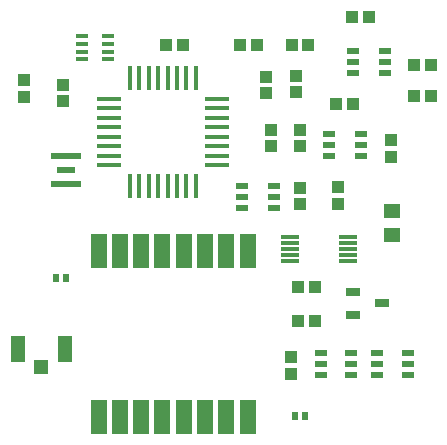
<source format=gtp>
G04 Layer: TopPasteMaskLayer*
G04 EasyEDA v6.3.22, 2020-01-22T11:07:26+01:00*
G04 fe9f39e87b364ab5b5230e9583c1109d,6ac03ef627a24f5ab7c901ca926ad83b,10*
G04 Gerber Generator version 0.2*
G04 Scale: 100 percent, Rotated: No, Reflected: No *
G04 Dimensions in millimeters *
G04 leading zeros omitted , absolute positions ,3 integer and 3 decimal *
%FSLAX33Y33*%
%MOMM*%
G90*
G71D02*

%ADD26R,0.599948X0.649986*%
%ADD27R,2.032000X0.406400*%
%ADD28R,0.406400X2.032000*%
%ADD29R,1.099998X0.999998*%
%ADD30R,0.999998X1.099998*%
%ADD31R,2.499995X0.499999*%
%ADD32R,1.599997X0.499999*%
%ADD33R,1.059993X0.399999*%
%ADD34R,0.999998X0.550012*%
%ADD35R,1.199896X2.199996*%
%ADD36R,1.299997X1.299997*%
%ADD37R,1.549908X0.304800*%
%ADD38R,1.450010X1.160018*%
%ADD39R,1.000760X0.609600*%
%ADD40R,1.250010X0.699999*%
%ADD41R,1.399997X2.999994*%

%LPD*%
G54D26*
G01X5171Y13970D03*
G01X4323Y13970D03*
G01X25351Y2279D03*
G01X24503Y2279D03*
G54D27*
G01X8768Y29114D03*
G01X8768Y28326D03*
G01X8768Y27513D03*
G01X8768Y26726D03*
G01X8768Y25913D03*
G01X8768Y25126D03*
G01X8768Y24313D03*
G01X8768Y23526D03*
G54D28*
G01X10546Y21748D03*
G01X11333Y21748D03*
G01X12146Y21748D03*
G01X12933Y21748D03*
G01X13746Y21748D03*
G01X14533Y21748D03*
G01X15346Y21748D03*
G01X16134Y21748D03*
G54D27*
G01X17912Y23526D03*
G01X17912Y24313D03*
G01X17912Y25126D03*
G01X17912Y25913D03*
G01X17912Y26726D03*
G01X17912Y27513D03*
G01X17912Y28326D03*
G01X17912Y29114D03*
G54D28*
G01X16134Y30892D03*
G01X15346Y30892D03*
G01X14533Y30892D03*
G01X13746Y30892D03*
G01X12933Y30892D03*
G01X12146Y30892D03*
G01X11333Y30892D03*
G01X10546Y30892D03*
G54D29*
G01X22499Y26510D03*
G01X22499Y25110D03*
G01X1620Y30720D03*
G01X1620Y29320D03*
G01X4910Y30350D03*
G01X4910Y28949D03*
G01X22109Y31009D03*
G01X22109Y29610D03*
G54D30*
G01X24830Y10350D03*
G01X26230Y10350D03*
G54D31*
G01X5109Y21921D03*
G54D32*
G01X5109Y23119D03*
G54D31*
G01X5109Y24318D03*
G54D33*
G01X6539Y34450D03*
G01X6539Y33800D03*
G01X6539Y33139D03*
G01X6539Y32489D03*
G01X8739Y32489D03*
G01X8739Y33139D03*
G01X8739Y33800D03*
G01X8739Y34450D03*
G54D30*
G01X13640Y33730D03*
G01X15040Y33730D03*
G54D34*
G01X20020Y21800D03*
G01X20020Y20850D03*
G01X20020Y19900D03*
G01X22719Y19900D03*
G01X22719Y21800D03*
G01X22719Y20850D03*
G54D35*
G01X1060Y7950D03*
G54D36*
G01X3059Y6400D03*
G54D35*
G01X5061Y7950D03*
G54D30*
G01X19889Y33689D03*
G01X21290Y33689D03*
G54D34*
G01X30149Y24290D03*
G01X30149Y25240D03*
G01X30149Y26190D03*
G01X27450Y26190D03*
G01X27450Y24290D03*
G01X27450Y25240D03*
G54D30*
G01X29420Y28670D03*
G01X28020Y28670D03*
G54D29*
G01X32659Y25650D03*
G01X32659Y24249D03*
G01X24649Y31100D03*
G01X24649Y29700D03*
G54D37*
G01X24108Y17419D03*
G01X24108Y16920D03*
G01X24108Y16419D03*
G01X24108Y15920D03*
G01X24108Y15419D03*
G01X29011Y15419D03*
G01X29011Y15920D03*
G01X29011Y16419D03*
G01X29011Y16920D03*
G01X29011Y17419D03*
G54D38*
G01X32749Y19666D03*
G01X32749Y17634D03*
G54D30*
G01X26199Y13190D03*
G01X24800Y13190D03*
G54D29*
G01X24969Y26540D03*
G01X24969Y25139D03*
G54D34*
G01X29429Y33219D03*
G01X29429Y32270D03*
G01X29429Y31320D03*
G01X32129Y31320D03*
G01X32129Y33219D03*
G01X32129Y32270D03*
G54D30*
G01X24269Y33709D03*
G01X25670Y33709D03*
G01X30800Y36050D03*
G01X29399Y36050D03*
G01X34610Y29359D03*
G01X36009Y29359D03*
G01X34619Y32000D03*
G01X36019Y32000D03*
G54D39*
G01X31499Y7620D03*
G01X31499Y6670D03*
G01X31499Y5720D03*
G01X34100Y5720D03*
G01X34100Y6670D03*
G01X34100Y7620D03*
G54D40*
G01X31909Y11819D03*
G01X29410Y10870D03*
G01X29410Y12769D03*
G54D29*
G01X24159Y7270D03*
G01X24159Y5870D03*
G54D39*
G01X26709Y7650D03*
G01X26709Y6700D03*
G01X26709Y5750D03*
G01X29310Y5750D03*
G01X29310Y6700D03*
G01X29310Y7650D03*
G54D29*
G01X28139Y21650D03*
G01X28139Y20249D03*
G01X24949Y20199D03*
G01X24949Y21599D03*
G54D41*
G01X7914Y2229D03*
G01X9714Y2229D03*
G01X11514Y2229D03*
G01X13314Y2229D03*
G01X15114Y2229D03*
G01X16914Y2229D03*
G01X18714Y2229D03*
G01X20514Y2229D03*
G01X7914Y16229D03*
G01X9714Y16229D03*
G01X11514Y16229D03*
G01X13314Y16229D03*
G01X15114Y16229D03*
G01X16914Y16229D03*
G01X18714Y16229D03*
G01X20514Y16229D03*
M00*
M02*

</source>
